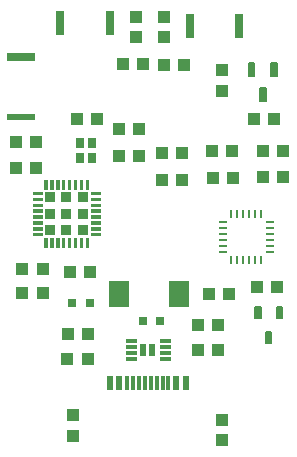
<source format=gtp>
G04 EAGLE Gerber RS-274X export*
G75*
%MOMM*%
%FSLAX34Y34*%
%LPD*%
%INSolderpaste Top*%
%IPPOS*%
%AMOC8*
5,1,8,0,0,1.08239X$1,22.5*%
G01*
%ADD10R,1.100000X1.000000*%
%ADD11R,1.000000X1.100000*%
%ADD12R,1.800000X2.200000*%
%ADD13R,0.600000X1.150000*%
%ADD14R,0.300000X1.150000*%
%ADD15C,0.152500*%
%ADD16R,0.800000X2.000000*%
%ADD17R,2.400000X0.600000*%
%ADD18R,2.400000X0.635000*%
%ADD19R,0.900000X0.900000*%
%ADD20C,0.067500*%
%ADD21R,0.790000X0.260000*%
%ADD22R,0.260000X0.790000*%
%ADD23R,0.590000X0.980000*%
%ADD24C,0.018900*%
%ADD25C,0.155000*%
%ADD26R,0.775000X0.875000*%
%ADD27R,0.800000X0.800000*%


D10*
X98656Y269081D03*
X115656Y269081D03*
X220894Y273844D03*
X237894Y273844D03*
X237894Y251619D03*
X220894Y251619D03*
X72794Y119063D03*
X55794Y119063D03*
X174856Y152400D03*
X191856Y152400D03*
X72000Y97631D03*
X55000Y97631D03*
X135169Y249238D03*
X152169Y249238D03*
X33900Y173831D03*
X16900Y173831D03*
X33900Y153194D03*
X16900Y153194D03*
X62938Y300831D03*
X79938Y300831D03*
X98656Y292100D03*
X115656Y292100D03*
X11344Y280988D03*
X28344Y280988D03*
D11*
X136525Y370119D03*
X136525Y387119D03*
X112713Y370119D03*
X112713Y387119D03*
D10*
X212956Y300831D03*
X229956Y300831D03*
D11*
X185738Y341875D03*
X185738Y324875D03*
D10*
X215338Y158750D03*
X232338Y158750D03*
D12*
X149325Y152400D03*
X98325Y152400D03*
D13*
X91031Y76919D03*
X155031Y76919D03*
X99031Y76919D03*
X147031Y76919D03*
D14*
X125531Y76919D03*
X120531Y76919D03*
X130531Y76919D03*
X135531Y76919D03*
X140531Y76919D03*
X115531Y76919D03*
X110531Y76919D03*
X105531Y76919D03*
D15*
X232287Y132536D02*
X232287Y141912D01*
X236863Y141912D01*
X236863Y132536D01*
X232287Y132536D01*
X232287Y133985D02*
X236863Y133985D01*
X236863Y135434D02*
X232287Y135434D01*
X232287Y136883D02*
X236863Y136883D01*
X236863Y138332D02*
X232287Y138332D01*
X232287Y139781D02*
X236863Y139781D01*
X236863Y141230D02*
X232287Y141230D01*
X223137Y120512D02*
X223137Y111136D01*
X223137Y120512D02*
X227713Y120512D01*
X227713Y111136D01*
X223137Y111136D01*
X223137Y112585D02*
X227713Y112585D01*
X227713Y114034D02*
X223137Y114034D01*
X223137Y115483D02*
X227713Y115483D01*
X227713Y116932D02*
X223137Y116932D01*
X223137Y118381D02*
X227713Y118381D01*
X227713Y119830D02*
X223137Y119830D01*
X213987Y132536D02*
X213987Y141912D01*
X218563Y141912D01*
X218563Y132536D01*
X213987Y132536D01*
X213987Y133985D02*
X218563Y133985D01*
X218563Y135434D02*
X213987Y135434D01*
X213987Y136883D02*
X218563Y136883D01*
X218563Y138332D02*
X213987Y138332D01*
X213987Y139781D02*
X218563Y139781D01*
X218563Y141230D02*
X213987Y141230D01*
D11*
X153756Y346869D03*
X136756Y346869D03*
X165331Y126206D03*
X182331Y126206D03*
X119308Y347186D03*
X102308Y347186D03*
D10*
X59531Y32775D03*
X59531Y49775D03*
X185738Y28806D03*
X185738Y45806D03*
D11*
X194238Y273844D03*
X177238Y273844D03*
X195031Y250825D03*
X178031Y250825D03*
X182331Y105569D03*
X165331Y105569D03*
X135169Y272256D03*
X152169Y272256D03*
D16*
X200388Y379413D03*
X158388Y379413D03*
X48850Y381794D03*
X90850Y381794D03*
D17*
X15875Y302419D03*
D18*
X15875Y353219D03*
D19*
X53975Y220663D03*
X53975Y234663D03*
X67975Y234663D03*
X67975Y206663D03*
X67975Y220663D03*
X39975Y220663D03*
X39975Y234663D03*
X39975Y206663D03*
X53975Y206663D03*
D20*
X37488Y192450D02*
X35462Y192450D01*
X35462Y199876D01*
X37488Y199876D01*
X37488Y192450D01*
X37488Y193091D02*
X35462Y193091D01*
X35462Y193732D02*
X37488Y193732D01*
X37488Y194373D02*
X35462Y194373D01*
X35462Y195014D02*
X37488Y195014D01*
X37488Y195655D02*
X35462Y195655D01*
X35462Y196296D02*
X37488Y196296D01*
X37488Y196937D02*
X35462Y196937D01*
X35462Y197578D02*
X37488Y197578D01*
X37488Y198219D02*
X35462Y198219D01*
X35462Y198860D02*
X37488Y198860D01*
X37488Y199501D02*
X35462Y199501D01*
X40462Y192450D02*
X42488Y192450D01*
X40462Y192450D02*
X40462Y199876D01*
X42488Y199876D01*
X42488Y192450D01*
X42488Y193091D02*
X40462Y193091D01*
X40462Y193732D02*
X42488Y193732D01*
X42488Y194373D02*
X40462Y194373D01*
X40462Y195014D02*
X42488Y195014D01*
X42488Y195655D02*
X40462Y195655D01*
X40462Y196296D02*
X42488Y196296D01*
X42488Y196937D02*
X40462Y196937D01*
X40462Y197578D02*
X42488Y197578D01*
X42488Y198219D02*
X40462Y198219D01*
X40462Y198860D02*
X42488Y198860D01*
X42488Y199501D02*
X40462Y199501D01*
X45462Y192450D02*
X47488Y192450D01*
X45462Y192450D02*
X45462Y199876D01*
X47488Y199876D01*
X47488Y192450D01*
X47488Y193091D02*
X45462Y193091D01*
X45462Y193732D02*
X47488Y193732D01*
X47488Y194373D02*
X45462Y194373D01*
X45462Y195014D02*
X47488Y195014D01*
X47488Y195655D02*
X45462Y195655D01*
X45462Y196296D02*
X47488Y196296D01*
X47488Y196937D02*
X45462Y196937D01*
X45462Y197578D02*
X47488Y197578D01*
X47488Y198219D02*
X45462Y198219D01*
X45462Y198860D02*
X47488Y198860D01*
X47488Y199501D02*
X45462Y199501D01*
X50462Y192450D02*
X52488Y192450D01*
X50462Y192450D02*
X50462Y199876D01*
X52488Y199876D01*
X52488Y192450D01*
X52488Y193091D02*
X50462Y193091D01*
X50462Y193732D02*
X52488Y193732D01*
X52488Y194373D02*
X50462Y194373D01*
X50462Y195014D02*
X52488Y195014D01*
X52488Y195655D02*
X50462Y195655D01*
X50462Y196296D02*
X52488Y196296D01*
X52488Y196937D02*
X50462Y196937D01*
X50462Y197578D02*
X52488Y197578D01*
X52488Y198219D02*
X50462Y198219D01*
X50462Y198860D02*
X52488Y198860D01*
X52488Y199501D02*
X50462Y199501D01*
X55462Y192450D02*
X57488Y192450D01*
X55462Y192450D02*
X55462Y199876D01*
X57488Y199876D01*
X57488Y192450D01*
X57488Y193091D02*
X55462Y193091D01*
X55462Y193732D02*
X57488Y193732D01*
X57488Y194373D02*
X55462Y194373D01*
X55462Y195014D02*
X57488Y195014D01*
X57488Y195655D02*
X55462Y195655D01*
X55462Y196296D02*
X57488Y196296D01*
X57488Y196937D02*
X55462Y196937D01*
X55462Y197578D02*
X57488Y197578D01*
X57488Y198219D02*
X55462Y198219D01*
X55462Y198860D02*
X57488Y198860D01*
X57488Y199501D02*
X55462Y199501D01*
X60462Y192450D02*
X62488Y192450D01*
X60462Y192450D02*
X60462Y199876D01*
X62488Y199876D01*
X62488Y192450D01*
X62488Y193091D02*
X60462Y193091D01*
X60462Y193732D02*
X62488Y193732D01*
X62488Y194373D02*
X60462Y194373D01*
X60462Y195014D02*
X62488Y195014D01*
X62488Y195655D02*
X60462Y195655D01*
X60462Y196296D02*
X62488Y196296D01*
X62488Y196937D02*
X60462Y196937D01*
X60462Y197578D02*
X62488Y197578D01*
X62488Y198219D02*
X60462Y198219D01*
X60462Y198860D02*
X62488Y198860D01*
X62488Y199501D02*
X60462Y199501D01*
X65462Y192450D02*
X67488Y192450D01*
X65462Y192450D02*
X65462Y199876D01*
X67488Y199876D01*
X67488Y192450D01*
X67488Y193091D02*
X65462Y193091D01*
X65462Y193732D02*
X67488Y193732D01*
X67488Y194373D02*
X65462Y194373D01*
X65462Y195014D02*
X67488Y195014D01*
X67488Y195655D02*
X65462Y195655D01*
X65462Y196296D02*
X67488Y196296D01*
X67488Y196937D02*
X65462Y196937D01*
X65462Y197578D02*
X67488Y197578D01*
X67488Y198219D02*
X65462Y198219D01*
X65462Y198860D02*
X67488Y198860D01*
X67488Y199501D02*
X65462Y199501D01*
X70462Y192450D02*
X72488Y192450D01*
X70462Y192450D02*
X70462Y199876D01*
X72488Y199876D01*
X72488Y192450D01*
X72488Y193091D02*
X70462Y193091D01*
X70462Y193732D02*
X72488Y193732D01*
X72488Y194373D02*
X70462Y194373D01*
X70462Y195014D02*
X72488Y195014D01*
X72488Y195655D02*
X70462Y195655D01*
X70462Y196296D02*
X72488Y196296D01*
X72488Y196937D02*
X70462Y196937D01*
X70462Y197578D02*
X72488Y197578D01*
X72488Y198219D02*
X70462Y198219D01*
X70462Y198860D02*
X72488Y198860D01*
X72488Y199501D02*
X70462Y199501D01*
X70462Y241450D02*
X72488Y241450D01*
X70462Y241450D02*
X70462Y248876D01*
X72488Y248876D01*
X72488Y241450D01*
X72488Y242091D02*
X70462Y242091D01*
X70462Y242732D02*
X72488Y242732D01*
X72488Y243373D02*
X70462Y243373D01*
X70462Y244014D02*
X72488Y244014D01*
X72488Y244655D02*
X70462Y244655D01*
X70462Y245296D02*
X72488Y245296D01*
X72488Y245937D02*
X70462Y245937D01*
X70462Y246578D02*
X72488Y246578D01*
X72488Y247219D02*
X70462Y247219D01*
X70462Y247860D02*
X72488Y247860D01*
X72488Y248501D02*
X70462Y248501D01*
X67488Y241450D02*
X65462Y241450D01*
X65462Y248876D01*
X67488Y248876D01*
X67488Y241450D01*
X67488Y242091D02*
X65462Y242091D01*
X65462Y242732D02*
X67488Y242732D01*
X67488Y243373D02*
X65462Y243373D01*
X65462Y244014D02*
X67488Y244014D01*
X67488Y244655D02*
X65462Y244655D01*
X65462Y245296D02*
X67488Y245296D01*
X67488Y245937D02*
X65462Y245937D01*
X65462Y246578D02*
X67488Y246578D01*
X67488Y247219D02*
X65462Y247219D01*
X65462Y247860D02*
X67488Y247860D01*
X67488Y248501D02*
X65462Y248501D01*
X62488Y241450D02*
X60462Y241450D01*
X60462Y248876D01*
X62488Y248876D01*
X62488Y241450D01*
X62488Y242091D02*
X60462Y242091D01*
X60462Y242732D02*
X62488Y242732D01*
X62488Y243373D02*
X60462Y243373D01*
X60462Y244014D02*
X62488Y244014D01*
X62488Y244655D02*
X60462Y244655D01*
X60462Y245296D02*
X62488Y245296D01*
X62488Y245937D02*
X60462Y245937D01*
X60462Y246578D02*
X62488Y246578D01*
X62488Y247219D02*
X60462Y247219D01*
X60462Y247860D02*
X62488Y247860D01*
X62488Y248501D02*
X60462Y248501D01*
X57488Y241450D02*
X55462Y241450D01*
X55462Y248876D01*
X57488Y248876D01*
X57488Y241450D01*
X57488Y242091D02*
X55462Y242091D01*
X55462Y242732D02*
X57488Y242732D01*
X57488Y243373D02*
X55462Y243373D01*
X55462Y244014D02*
X57488Y244014D01*
X57488Y244655D02*
X55462Y244655D01*
X55462Y245296D02*
X57488Y245296D01*
X57488Y245937D02*
X55462Y245937D01*
X55462Y246578D02*
X57488Y246578D01*
X57488Y247219D02*
X55462Y247219D01*
X55462Y247860D02*
X57488Y247860D01*
X57488Y248501D02*
X55462Y248501D01*
X52488Y241450D02*
X50462Y241450D01*
X50462Y248876D01*
X52488Y248876D01*
X52488Y241450D01*
X52488Y242091D02*
X50462Y242091D01*
X50462Y242732D02*
X52488Y242732D01*
X52488Y243373D02*
X50462Y243373D01*
X50462Y244014D02*
X52488Y244014D01*
X52488Y244655D02*
X50462Y244655D01*
X50462Y245296D02*
X52488Y245296D01*
X52488Y245937D02*
X50462Y245937D01*
X50462Y246578D02*
X52488Y246578D01*
X52488Y247219D02*
X50462Y247219D01*
X50462Y247860D02*
X52488Y247860D01*
X52488Y248501D02*
X50462Y248501D01*
X47488Y241450D02*
X45462Y241450D01*
X45462Y248876D01*
X47488Y248876D01*
X47488Y241450D01*
X47488Y242091D02*
X45462Y242091D01*
X45462Y242732D02*
X47488Y242732D01*
X47488Y243373D02*
X45462Y243373D01*
X45462Y244014D02*
X47488Y244014D01*
X47488Y244655D02*
X45462Y244655D01*
X45462Y245296D02*
X47488Y245296D01*
X47488Y245937D02*
X45462Y245937D01*
X45462Y246578D02*
X47488Y246578D01*
X47488Y247219D02*
X45462Y247219D01*
X45462Y247860D02*
X47488Y247860D01*
X47488Y248501D02*
X45462Y248501D01*
X42488Y241450D02*
X40462Y241450D01*
X40462Y248876D01*
X42488Y248876D01*
X42488Y241450D01*
X42488Y242091D02*
X40462Y242091D01*
X40462Y242732D02*
X42488Y242732D01*
X42488Y243373D02*
X40462Y243373D01*
X40462Y244014D02*
X42488Y244014D01*
X42488Y244655D02*
X40462Y244655D01*
X40462Y245296D02*
X42488Y245296D01*
X42488Y245937D02*
X40462Y245937D01*
X40462Y246578D02*
X42488Y246578D01*
X42488Y247219D02*
X40462Y247219D01*
X40462Y247860D02*
X42488Y247860D01*
X42488Y248501D02*
X40462Y248501D01*
X37488Y241450D02*
X35462Y241450D01*
X35462Y248876D01*
X37488Y248876D01*
X37488Y241450D01*
X37488Y242091D02*
X35462Y242091D01*
X35462Y242732D02*
X37488Y242732D01*
X37488Y243373D02*
X35462Y243373D01*
X35462Y244014D02*
X37488Y244014D01*
X37488Y244655D02*
X35462Y244655D01*
X35462Y245296D02*
X37488Y245296D01*
X37488Y245937D02*
X35462Y245937D01*
X35462Y246578D02*
X37488Y246578D01*
X37488Y247219D02*
X35462Y247219D01*
X35462Y247860D02*
X37488Y247860D01*
X37488Y248501D02*
X35462Y248501D01*
X33188Y237150D02*
X25762Y237150D01*
X25762Y239176D01*
X33188Y239176D01*
X33188Y237150D01*
X33188Y237791D02*
X25762Y237791D01*
X25762Y238432D02*
X33188Y238432D01*
X33188Y239073D02*
X25762Y239073D01*
X25762Y232150D02*
X33188Y232150D01*
X25762Y232150D02*
X25762Y234176D01*
X33188Y234176D01*
X33188Y232150D01*
X33188Y232791D02*
X25762Y232791D01*
X25762Y233432D02*
X33188Y233432D01*
X33188Y234073D02*
X25762Y234073D01*
X25762Y227150D02*
X33188Y227150D01*
X25762Y227150D02*
X25762Y229176D01*
X33188Y229176D01*
X33188Y227150D01*
X33188Y227791D02*
X25762Y227791D01*
X25762Y228432D02*
X33188Y228432D01*
X33188Y229073D02*
X25762Y229073D01*
X25762Y222150D02*
X33188Y222150D01*
X25762Y222150D02*
X25762Y224176D01*
X33188Y224176D01*
X33188Y222150D01*
X33188Y222791D02*
X25762Y222791D01*
X25762Y223432D02*
X33188Y223432D01*
X33188Y224073D02*
X25762Y224073D01*
X25762Y217150D02*
X33188Y217150D01*
X25762Y217150D02*
X25762Y219176D01*
X33188Y219176D01*
X33188Y217150D01*
X33188Y217791D02*
X25762Y217791D01*
X25762Y218432D02*
X33188Y218432D01*
X33188Y219073D02*
X25762Y219073D01*
X25762Y212150D02*
X33188Y212150D01*
X25762Y212150D02*
X25762Y214176D01*
X33188Y214176D01*
X33188Y212150D01*
X33188Y212791D02*
X25762Y212791D01*
X25762Y213432D02*
X33188Y213432D01*
X33188Y214073D02*
X25762Y214073D01*
X25762Y207150D02*
X33188Y207150D01*
X25762Y207150D02*
X25762Y209176D01*
X33188Y209176D01*
X33188Y207150D01*
X33188Y207791D02*
X25762Y207791D01*
X25762Y208432D02*
X33188Y208432D01*
X33188Y209073D02*
X25762Y209073D01*
X25762Y202150D02*
X33188Y202150D01*
X25762Y202150D02*
X25762Y204176D01*
X33188Y204176D01*
X33188Y202150D01*
X33188Y202791D02*
X25762Y202791D01*
X25762Y203432D02*
X33188Y203432D01*
X33188Y204073D02*
X25762Y204073D01*
X74762Y202150D02*
X82188Y202150D01*
X74762Y202150D02*
X74762Y204176D01*
X82188Y204176D01*
X82188Y202150D01*
X82188Y202791D02*
X74762Y202791D01*
X74762Y203432D02*
X82188Y203432D01*
X82188Y204073D02*
X74762Y204073D01*
X74762Y207150D02*
X82188Y207150D01*
X74762Y207150D02*
X74762Y209176D01*
X82188Y209176D01*
X82188Y207150D01*
X82188Y207791D02*
X74762Y207791D01*
X74762Y208432D02*
X82188Y208432D01*
X82188Y209073D02*
X74762Y209073D01*
X74762Y212150D02*
X82188Y212150D01*
X74762Y212150D02*
X74762Y214176D01*
X82188Y214176D01*
X82188Y212150D01*
X82188Y212791D02*
X74762Y212791D01*
X74762Y213432D02*
X82188Y213432D01*
X82188Y214073D02*
X74762Y214073D01*
X74762Y217150D02*
X82188Y217150D01*
X74762Y217150D02*
X74762Y219176D01*
X82188Y219176D01*
X82188Y217150D01*
X82188Y217791D02*
X74762Y217791D01*
X74762Y218432D02*
X82188Y218432D01*
X82188Y219073D02*
X74762Y219073D01*
X74762Y222150D02*
X82188Y222150D01*
X74762Y222150D02*
X74762Y224176D01*
X82188Y224176D01*
X82188Y222150D01*
X82188Y222791D02*
X74762Y222791D01*
X74762Y223432D02*
X82188Y223432D01*
X82188Y224073D02*
X74762Y224073D01*
X74762Y227150D02*
X82188Y227150D01*
X74762Y227150D02*
X74762Y229176D01*
X82188Y229176D01*
X82188Y227150D01*
X82188Y227791D02*
X74762Y227791D01*
X74762Y228432D02*
X82188Y228432D01*
X82188Y229073D02*
X74762Y229073D01*
X74762Y232150D02*
X82188Y232150D01*
X74762Y232150D02*
X74762Y234176D01*
X82188Y234176D01*
X82188Y232150D01*
X82188Y232791D02*
X74762Y232791D01*
X74762Y233432D02*
X82188Y233432D01*
X82188Y234073D02*
X74762Y234073D01*
X74762Y237150D02*
X82188Y237150D01*
X74762Y237150D02*
X74762Y239176D01*
X82188Y239176D01*
X82188Y237150D01*
X82188Y237791D02*
X74762Y237791D01*
X74762Y238432D02*
X82188Y238432D01*
X82188Y239073D02*
X74762Y239073D01*
D21*
X186675Y213319D03*
X186675Y208319D03*
X186675Y203319D03*
X186675Y198319D03*
X186675Y193319D03*
X186675Y188319D03*
D22*
X193875Y181119D03*
X198875Y181119D03*
X203875Y181119D03*
X208875Y181119D03*
X213875Y181119D03*
X218875Y181119D03*
D21*
X226075Y188319D03*
X226075Y193319D03*
X226075Y198319D03*
X226075Y203319D03*
X226075Y208319D03*
X226075Y213319D03*
D22*
X218875Y220519D03*
X213875Y220519D03*
X208875Y220519D03*
X203875Y220519D03*
X198875Y220519D03*
X193875Y220519D03*
D23*
X119331Y105569D03*
X126731Y105569D03*
D24*
X112787Y111813D02*
X104575Y111813D01*
X104575Y114325D01*
X112787Y114325D01*
X112787Y111813D01*
X112787Y111993D02*
X104575Y111993D01*
X104575Y112173D02*
X112787Y112173D01*
X112787Y112353D02*
X104575Y112353D01*
X104575Y112533D02*
X112787Y112533D01*
X112787Y112713D02*
X104575Y112713D01*
X104575Y112893D02*
X112787Y112893D01*
X112787Y113073D02*
X104575Y113073D01*
X104575Y113253D02*
X112787Y113253D01*
X112787Y113433D02*
X104575Y113433D01*
X104575Y113613D02*
X112787Y113613D01*
X112787Y113793D02*
X104575Y113793D01*
X104575Y113973D02*
X112787Y113973D01*
X112787Y114153D02*
X104575Y114153D01*
X104575Y106813D02*
X112787Y106813D01*
X104575Y106813D02*
X104575Y109325D01*
X112787Y109325D01*
X112787Y106813D01*
X112787Y106993D02*
X104575Y106993D01*
X104575Y107173D02*
X112787Y107173D01*
X112787Y107353D02*
X104575Y107353D01*
X104575Y107533D02*
X112787Y107533D01*
X112787Y107713D02*
X104575Y107713D01*
X104575Y107893D02*
X112787Y107893D01*
X112787Y108073D02*
X104575Y108073D01*
X104575Y108253D02*
X112787Y108253D01*
X112787Y108433D02*
X104575Y108433D01*
X104575Y108613D02*
X112787Y108613D01*
X112787Y108793D02*
X104575Y108793D01*
X104575Y108973D02*
X112787Y108973D01*
X112787Y109153D02*
X104575Y109153D01*
X104575Y101813D02*
X112787Y101813D01*
X104575Y101813D02*
X104575Y104325D01*
X112787Y104325D01*
X112787Y101813D01*
X112787Y101993D02*
X104575Y101993D01*
X104575Y102173D02*
X112787Y102173D01*
X112787Y102353D02*
X104575Y102353D01*
X104575Y102533D02*
X112787Y102533D01*
X112787Y102713D02*
X104575Y102713D01*
X104575Y102893D02*
X112787Y102893D01*
X112787Y103073D02*
X104575Y103073D01*
X104575Y103253D02*
X112787Y103253D01*
X112787Y103433D02*
X104575Y103433D01*
X104575Y103613D02*
X112787Y103613D01*
X112787Y103793D02*
X104575Y103793D01*
X104575Y103973D02*
X112787Y103973D01*
X112787Y104153D02*
X104575Y104153D01*
X104575Y96813D02*
X112787Y96813D01*
X104575Y96813D02*
X104575Y99325D01*
X112787Y99325D01*
X112787Y96813D01*
X112787Y96993D02*
X104575Y96993D01*
X104575Y97173D02*
X112787Y97173D01*
X112787Y97353D02*
X104575Y97353D01*
X104575Y97533D02*
X112787Y97533D01*
X112787Y97713D02*
X104575Y97713D01*
X104575Y97893D02*
X112787Y97893D01*
X112787Y98073D02*
X104575Y98073D01*
X104575Y98253D02*
X112787Y98253D01*
X112787Y98433D02*
X104575Y98433D01*
X104575Y98613D02*
X112787Y98613D01*
X112787Y98793D02*
X104575Y98793D01*
X104575Y98973D02*
X112787Y98973D01*
X112787Y99153D02*
X104575Y99153D01*
X133275Y99325D02*
X141487Y99325D01*
X141487Y96813D01*
X133275Y96813D01*
X133275Y99325D01*
X133275Y96993D02*
X141487Y96993D01*
X141487Y97173D02*
X133275Y97173D01*
X133275Y97353D02*
X141487Y97353D01*
X141487Y97533D02*
X133275Y97533D01*
X133275Y97713D02*
X141487Y97713D01*
X141487Y97893D02*
X133275Y97893D01*
X133275Y98073D02*
X141487Y98073D01*
X141487Y98253D02*
X133275Y98253D01*
X133275Y98433D02*
X141487Y98433D01*
X141487Y98613D02*
X133275Y98613D01*
X133275Y98793D02*
X141487Y98793D01*
X141487Y98973D02*
X133275Y98973D01*
X133275Y99153D02*
X141487Y99153D01*
X141487Y104325D02*
X133275Y104325D01*
X141487Y104325D02*
X141487Y101813D01*
X133275Y101813D01*
X133275Y104325D01*
X133275Y101993D02*
X141487Y101993D01*
X141487Y102173D02*
X133275Y102173D01*
X133275Y102353D02*
X141487Y102353D01*
X141487Y102533D02*
X133275Y102533D01*
X133275Y102713D02*
X141487Y102713D01*
X141487Y102893D02*
X133275Y102893D01*
X133275Y103073D02*
X141487Y103073D01*
X141487Y103253D02*
X133275Y103253D01*
X133275Y103433D02*
X141487Y103433D01*
X141487Y103613D02*
X133275Y103613D01*
X133275Y103793D02*
X141487Y103793D01*
X141487Y103973D02*
X133275Y103973D01*
X133275Y104153D02*
X141487Y104153D01*
X141487Y109325D02*
X133275Y109325D01*
X141487Y109325D02*
X141487Y106813D01*
X133275Y106813D01*
X133275Y109325D01*
X133275Y106993D02*
X141487Y106993D01*
X141487Y107173D02*
X133275Y107173D01*
X133275Y107353D02*
X141487Y107353D01*
X141487Y107533D02*
X133275Y107533D01*
X133275Y107713D02*
X141487Y107713D01*
X141487Y107893D02*
X133275Y107893D01*
X133275Y108073D02*
X141487Y108073D01*
X141487Y108253D02*
X133275Y108253D01*
X133275Y108433D02*
X141487Y108433D01*
X141487Y108613D02*
X133275Y108613D01*
X133275Y108793D02*
X141487Y108793D01*
X141487Y108973D02*
X133275Y108973D01*
X133275Y109153D02*
X141487Y109153D01*
X141487Y114325D02*
X133275Y114325D01*
X141487Y114325D02*
X141487Y111813D01*
X133275Y111813D01*
X133275Y114325D01*
X133275Y111993D02*
X141487Y111993D01*
X141487Y112173D02*
X133275Y112173D01*
X133275Y112353D02*
X141487Y112353D01*
X141487Y112533D02*
X133275Y112533D01*
X133275Y112713D02*
X141487Y112713D01*
X141487Y112893D02*
X133275Y112893D01*
X133275Y113073D02*
X141487Y113073D01*
X141487Y113253D02*
X133275Y113253D01*
X133275Y113433D02*
X141487Y113433D01*
X141487Y113613D02*
X133275Y113613D01*
X133275Y113793D02*
X141487Y113793D01*
X141487Y113973D02*
X133275Y113973D01*
X133275Y114153D02*
X141487Y114153D01*
D25*
X227679Y337430D02*
X227679Y348080D01*
X232329Y348080D01*
X232329Y337430D01*
X227679Y337430D01*
X227679Y338902D02*
X232329Y338902D01*
X232329Y340374D02*
X227679Y340374D01*
X227679Y341846D02*
X232329Y341846D01*
X232329Y343318D02*
X227679Y343318D01*
X227679Y344790D02*
X232329Y344790D01*
X232329Y346262D02*
X227679Y346262D01*
X227679Y347734D02*
X232329Y347734D01*
X208679Y348080D02*
X208679Y337430D01*
X208679Y348080D02*
X213329Y348080D01*
X213329Y337430D01*
X208679Y337430D01*
X208679Y338902D02*
X213329Y338902D01*
X213329Y340374D02*
X208679Y340374D01*
X208679Y341846D02*
X213329Y341846D01*
X213329Y343318D02*
X208679Y343318D01*
X208679Y344790D02*
X213329Y344790D01*
X213329Y346262D02*
X208679Y346262D01*
X208679Y347734D02*
X213329Y347734D01*
X218179Y326780D02*
X218179Y316130D01*
X218179Y326780D02*
X222829Y326780D01*
X222829Y316130D01*
X218179Y316130D01*
X218179Y317602D02*
X222829Y317602D01*
X222829Y319074D02*
X218179Y319074D01*
X218179Y320546D02*
X222829Y320546D01*
X222829Y322018D02*
X218179Y322018D01*
X218179Y323490D02*
X222829Y323490D01*
X222829Y324962D02*
X218179Y324962D01*
X218179Y326434D02*
X222829Y326434D01*
D26*
X75514Y267474D03*
X75514Y280214D03*
X65774Y280214D03*
X65774Y267474D03*
D11*
X74381Y171450D03*
X57381Y171450D03*
D10*
X11344Y259556D03*
X28344Y259556D03*
D27*
X118706Y129381D03*
X133706Y129381D03*
X59175Y145256D03*
X74175Y145256D03*
M02*

</source>
